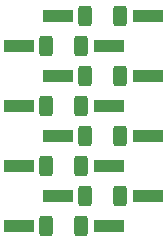
<source format=gbr>
G04 #@! TF.GenerationSoftware,KiCad,Pcbnew,(6.0.5)*
G04 #@! TF.CreationDate,2022-07-12T22:45:23+02:00*
G04 #@! TF.ProjectId,resistor_network,72657369-7374-46f7-925f-6e6574776f72,rev?*
G04 #@! TF.SameCoordinates,Original*
G04 #@! TF.FileFunction,Soldermask,Bot*
G04 #@! TF.FilePolarity,Negative*
%FSLAX46Y46*%
G04 Gerber Fmt 4.6, Leading zero omitted, Abs format (unit mm)*
G04 Created by KiCad (PCBNEW (6.0.5)) date 2022-07-12 22:45:23*
%MOMM*%
%LPD*%
G01*
G04 APERTURE LIST*
G04 Aperture macros list*
%AMRoundRect*
0 Rectangle with rounded corners*
0 $1 Rounding radius*
0 $2 $3 $4 $5 $6 $7 $8 $9 X,Y pos of 4 corners*
0 Add a 4 corners polygon primitive as box body*
4,1,4,$2,$3,$4,$5,$6,$7,$8,$9,$2,$3,0*
0 Add four circle primitives for the rounded corners*
1,1,$1+$1,$2,$3*
1,1,$1+$1,$4,$5*
1,1,$1+$1,$6,$7*
1,1,$1+$1,$8,$9*
0 Add four rect primitives between the rounded corners*
20,1,$1+$1,$2,$3,$4,$5,0*
20,1,$1+$1,$4,$5,$6,$7,0*
20,1,$1+$1,$6,$7,$8,$9,0*
20,1,$1+$1,$8,$9,$2,$3,0*%
G04 Aperture macros list end*
%ADD10RoundRect,0.250000X-0.312500X-0.625000X0.312500X-0.625000X0.312500X0.625000X-0.312500X0.625000X0*%
%ADD11R,2.510000X1.000000*%
G04 APERTURE END LIST*
D10*
G04 #@! TO.C,R18*
X138846100Y-104278600D03*
X141771100Y-104278600D03*
G04 #@! TD*
D11*
G04 #@! TO.C,J5*
X147438600Y-86498600D03*
X144128600Y-89038600D03*
X147438600Y-91578600D03*
X144128600Y-94118600D03*
X147438600Y-96658600D03*
X144128600Y-99198600D03*
X147438600Y-101738600D03*
X144128600Y-104278600D03*
G04 #@! TD*
D10*
G04 #@! TO.C,R17*
X142148100Y-101738600D03*
X145073100Y-101738600D03*
G04 #@! TD*
G04 #@! TO.C,R11*
X142148100Y-86498600D03*
X145073100Y-86498600D03*
G04 #@! TD*
G04 #@! TO.C,R12*
X138846100Y-89038600D03*
X141771100Y-89038600D03*
G04 #@! TD*
D11*
G04 #@! TO.C,J4*
X139818600Y-86498600D03*
X136508600Y-89038600D03*
X139818600Y-91578600D03*
X136508600Y-94118600D03*
X139818600Y-96658600D03*
X136508600Y-99198600D03*
X139818600Y-101738600D03*
X136508600Y-104278600D03*
G04 #@! TD*
D10*
G04 #@! TO.C,R16*
X138846100Y-99198600D03*
X141771100Y-99198600D03*
G04 #@! TD*
G04 #@! TO.C,R13*
X142148100Y-91578600D03*
X145073100Y-91578600D03*
G04 #@! TD*
G04 #@! TO.C,R15*
X142148100Y-96658600D03*
X145073100Y-96658600D03*
G04 #@! TD*
G04 #@! TO.C,R14*
X138846100Y-94118600D03*
X141771100Y-94118600D03*
G04 #@! TD*
M02*

</source>
